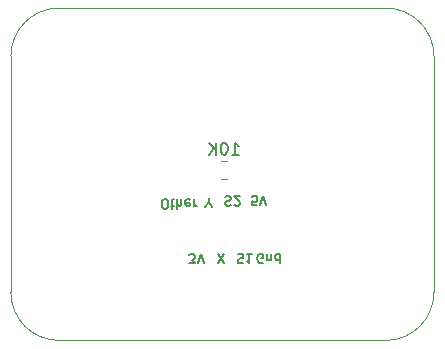
<source format=gbr>
G04 #@! TF.GenerationSoftware,KiCad,Pcbnew,7.0.2*
G04 #@! TF.CreationDate,2023-08-07T19:28:33-05:00*
G04 #@! TF.ProjectId,JoystickBoard,4a6f7973-7469-4636-9b42-6f6172642e6b,rev?*
G04 #@! TF.SameCoordinates,Original*
G04 #@! TF.FileFunction,Legend,Bot*
G04 #@! TF.FilePolarity,Positive*
%FSLAX46Y46*%
G04 Gerber Fmt 4.6, Leading zero omitted, Abs format (unit mm)*
G04 Created by KiCad (PCBNEW 7.0.2) date 2023-08-07 19:28:33*
%MOMM*%
%LPD*%
G01*
G04 APERTURE LIST*
%ADD10C,0.139700*%
%ADD11C,0.127000*%
%ADD12C,0.150000*%
%ADD13C,0.120000*%
G04 #@! TA.AperFunction,Profile*
%ADD14C,0.050000*%
G04 #@! TD*
G04 APERTURE END LIST*
D10*
X150101333Y-108227504D02*
X150634667Y-107427504D01*
X150634667Y-108227504D02*
X150101333Y-107427504D01*
D11*
X145542857Y-103604704D02*
X145695238Y-103604704D01*
X145695238Y-103604704D02*
X145771428Y-103566609D01*
X145771428Y-103566609D02*
X145847619Y-103490419D01*
X145847619Y-103490419D02*
X145885714Y-103338038D01*
X145885714Y-103338038D02*
X145885714Y-103071371D01*
X145885714Y-103071371D02*
X145847619Y-102918990D01*
X145847619Y-102918990D02*
X145771428Y-102842800D01*
X145771428Y-102842800D02*
X145695238Y-102804704D01*
X145695238Y-102804704D02*
X145542857Y-102804704D01*
X145542857Y-102804704D02*
X145466666Y-102842800D01*
X145466666Y-102842800D02*
X145390476Y-102918990D01*
X145390476Y-102918990D02*
X145352380Y-103071371D01*
X145352380Y-103071371D02*
X145352380Y-103338038D01*
X145352380Y-103338038D02*
X145390476Y-103490419D01*
X145390476Y-103490419D02*
X145466666Y-103566609D01*
X145466666Y-103566609D02*
X145542857Y-103604704D01*
X146114285Y-103338038D02*
X146419047Y-103338038D01*
X146228571Y-103604704D02*
X146228571Y-102918990D01*
X146228571Y-102918990D02*
X146266666Y-102842800D01*
X146266666Y-102842800D02*
X146342856Y-102804704D01*
X146342856Y-102804704D02*
X146419047Y-102804704D01*
X146685714Y-102804704D02*
X146685714Y-103604704D01*
X147028571Y-102804704D02*
X147028571Y-103223752D01*
X147028571Y-103223752D02*
X146990476Y-103299942D01*
X146990476Y-103299942D02*
X146914285Y-103338038D01*
X146914285Y-103338038D02*
X146799999Y-103338038D01*
X146799999Y-103338038D02*
X146723809Y-103299942D01*
X146723809Y-103299942D02*
X146685714Y-103261847D01*
X147714286Y-102842800D02*
X147638095Y-102804704D01*
X147638095Y-102804704D02*
X147485714Y-102804704D01*
X147485714Y-102804704D02*
X147409524Y-102842800D01*
X147409524Y-102842800D02*
X147371428Y-102918990D01*
X147371428Y-102918990D02*
X147371428Y-103223752D01*
X147371428Y-103223752D02*
X147409524Y-103299942D01*
X147409524Y-103299942D02*
X147485714Y-103338038D01*
X147485714Y-103338038D02*
X147638095Y-103338038D01*
X147638095Y-103338038D02*
X147714286Y-103299942D01*
X147714286Y-103299942D02*
X147752381Y-103223752D01*
X147752381Y-103223752D02*
X147752381Y-103147561D01*
X147752381Y-103147561D02*
X147371428Y-103071371D01*
X148095238Y-102804704D02*
X148095238Y-103338038D01*
X148095238Y-103185657D02*
X148133333Y-103261847D01*
X148133333Y-103261847D02*
X148171428Y-103299942D01*
X148171428Y-103299942D02*
X148247619Y-103338038D01*
X148247619Y-103338038D02*
X148323809Y-103338038D01*
D10*
X147675676Y-108227504D02*
X148170914Y-108227504D01*
X148170914Y-108227504D02*
X147904248Y-107922742D01*
X147904248Y-107922742D02*
X148018533Y-107922742D01*
X148018533Y-107922742D02*
X148094724Y-107884647D01*
X148094724Y-107884647D02*
X148132819Y-107846552D01*
X148132819Y-107846552D02*
X148170914Y-107770361D01*
X148170914Y-107770361D02*
X148170914Y-107579885D01*
X148170914Y-107579885D02*
X148132819Y-107503695D01*
X148132819Y-107503695D02*
X148094724Y-107465600D01*
X148094724Y-107465600D02*
X148018533Y-107427504D01*
X148018533Y-107427504D02*
X147789962Y-107427504D01*
X147789962Y-107427504D02*
X147713771Y-107465600D01*
X147713771Y-107465600D02*
X147675676Y-107503695D01*
X148399486Y-108227504D02*
X148666153Y-107427504D01*
X148666153Y-107427504D02*
X148932819Y-108227504D01*
X149326600Y-103033257D02*
X149326600Y-102652304D01*
X149059933Y-103452304D02*
X149326600Y-103033257D01*
X149326600Y-103033257D02*
X149593266Y-103452304D01*
X150749075Y-102563400D02*
X150863361Y-102525304D01*
X150863361Y-102525304D02*
X151053837Y-102525304D01*
X151053837Y-102525304D02*
X151130028Y-102563400D01*
X151130028Y-102563400D02*
X151168123Y-102601495D01*
X151168123Y-102601495D02*
X151206218Y-102677685D01*
X151206218Y-102677685D02*
X151206218Y-102753876D01*
X151206218Y-102753876D02*
X151168123Y-102830066D01*
X151168123Y-102830066D02*
X151130028Y-102868161D01*
X151130028Y-102868161D02*
X151053837Y-102906257D01*
X151053837Y-102906257D02*
X150901456Y-102944352D01*
X150901456Y-102944352D02*
X150825266Y-102982447D01*
X150825266Y-102982447D02*
X150787171Y-103020542D01*
X150787171Y-103020542D02*
X150749075Y-103096733D01*
X150749075Y-103096733D02*
X150749075Y-103172923D01*
X150749075Y-103172923D02*
X150787171Y-103249114D01*
X150787171Y-103249114D02*
X150825266Y-103287209D01*
X150825266Y-103287209D02*
X150901456Y-103325304D01*
X150901456Y-103325304D02*
X151091933Y-103325304D01*
X151091933Y-103325304D02*
X151206218Y-103287209D01*
X151510980Y-103249114D02*
X151549076Y-103287209D01*
X151549076Y-103287209D02*
X151625266Y-103325304D01*
X151625266Y-103325304D02*
X151815742Y-103325304D01*
X151815742Y-103325304D02*
X151891933Y-103287209D01*
X151891933Y-103287209D02*
X151930028Y-103249114D01*
X151930028Y-103249114D02*
X151968123Y-103172923D01*
X151968123Y-103172923D02*
X151968123Y-103096733D01*
X151968123Y-103096733D02*
X151930028Y-102982447D01*
X151930028Y-102982447D02*
X151472885Y-102525304D01*
X151472885Y-102525304D02*
X151968123Y-102525304D01*
X151790475Y-107465600D02*
X151904761Y-107427504D01*
X151904761Y-107427504D02*
X152095237Y-107427504D01*
X152095237Y-107427504D02*
X152171428Y-107465600D01*
X152171428Y-107465600D02*
X152209523Y-107503695D01*
X152209523Y-107503695D02*
X152247618Y-107579885D01*
X152247618Y-107579885D02*
X152247618Y-107656076D01*
X152247618Y-107656076D02*
X152209523Y-107732266D01*
X152209523Y-107732266D02*
X152171428Y-107770361D01*
X152171428Y-107770361D02*
X152095237Y-107808457D01*
X152095237Y-107808457D02*
X151942856Y-107846552D01*
X151942856Y-107846552D02*
X151866666Y-107884647D01*
X151866666Y-107884647D02*
X151828571Y-107922742D01*
X151828571Y-107922742D02*
X151790475Y-107998933D01*
X151790475Y-107998933D02*
X151790475Y-108075123D01*
X151790475Y-108075123D02*
X151828571Y-108151314D01*
X151828571Y-108151314D02*
X151866666Y-108189409D01*
X151866666Y-108189409D02*
X151942856Y-108227504D01*
X151942856Y-108227504D02*
X152133333Y-108227504D01*
X152133333Y-108227504D02*
X152247618Y-108189409D01*
X153009523Y-107427504D02*
X152552380Y-107427504D01*
X152780952Y-107427504D02*
X152780952Y-108227504D01*
X152780952Y-108227504D02*
X152704761Y-108113219D01*
X152704761Y-108113219D02*
X152628571Y-108037028D01*
X152628571Y-108037028D02*
X152552380Y-107998933D01*
D11*
X153917713Y-108189409D02*
X153841523Y-108227504D01*
X153841523Y-108227504D02*
X153727237Y-108227504D01*
X153727237Y-108227504D02*
X153612951Y-108189409D01*
X153612951Y-108189409D02*
X153536761Y-108113219D01*
X153536761Y-108113219D02*
X153498666Y-108037028D01*
X153498666Y-108037028D02*
X153460570Y-107884647D01*
X153460570Y-107884647D02*
X153460570Y-107770361D01*
X153460570Y-107770361D02*
X153498666Y-107617980D01*
X153498666Y-107617980D02*
X153536761Y-107541790D01*
X153536761Y-107541790D02*
X153612951Y-107465600D01*
X153612951Y-107465600D02*
X153727237Y-107427504D01*
X153727237Y-107427504D02*
X153803428Y-107427504D01*
X153803428Y-107427504D02*
X153917713Y-107465600D01*
X153917713Y-107465600D02*
X153955809Y-107503695D01*
X153955809Y-107503695D02*
X153955809Y-107770361D01*
X153955809Y-107770361D02*
X153803428Y-107770361D01*
X154298666Y-107960838D02*
X154298666Y-107427504D01*
X154298666Y-107884647D02*
X154336761Y-107922742D01*
X154336761Y-107922742D02*
X154412951Y-107960838D01*
X154412951Y-107960838D02*
X154527237Y-107960838D01*
X154527237Y-107960838D02*
X154603428Y-107922742D01*
X154603428Y-107922742D02*
X154641523Y-107846552D01*
X154641523Y-107846552D02*
X154641523Y-107427504D01*
X155365333Y-107427504D02*
X155365333Y-108227504D01*
X155365333Y-107465600D02*
X155289142Y-107427504D01*
X155289142Y-107427504D02*
X155136761Y-107427504D01*
X155136761Y-107427504D02*
X155060571Y-107465600D01*
X155060571Y-107465600D02*
X155022476Y-107503695D01*
X155022476Y-107503695D02*
X154984380Y-107579885D01*
X154984380Y-107579885D02*
X154984380Y-107808457D01*
X154984380Y-107808457D02*
X155022476Y-107884647D01*
X155022476Y-107884647D02*
X155060571Y-107922742D01*
X155060571Y-107922742D02*
X155136761Y-107960838D01*
X155136761Y-107960838D02*
X155289142Y-107960838D01*
X155289142Y-107960838D02*
X155365333Y-107922742D01*
D10*
X153416019Y-103299904D02*
X153035067Y-103299904D01*
X153035067Y-103299904D02*
X152996971Y-102918952D01*
X152996971Y-102918952D02*
X153035067Y-102957047D01*
X153035067Y-102957047D02*
X153111257Y-102995142D01*
X153111257Y-102995142D02*
X153301733Y-102995142D01*
X153301733Y-102995142D02*
X153377924Y-102957047D01*
X153377924Y-102957047D02*
X153416019Y-102918952D01*
X153416019Y-102918952D02*
X153454114Y-102842761D01*
X153454114Y-102842761D02*
X153454114Y-102652285D01*
X153454114Y-102652285D02*
X153416019Y-102576095D01*
X153416019Y-102576095D02*
X153377924Y-102538000D01*
X153377924Y-102538000D02*
X153301733Y-102499904D01*
X153301733Y-102499904D02*
X153111257Y-102499904D01*
X153111257Y-102499904D02*
X153035067Y-102538000D01*
X153035067Y-102538000D02*
X152996971Y-102576095D01*
X153682686Y-103299904D02*
X153949353Y-102499904D01*
X153949353Y-102499904D02*
X154216019Y-103299904D01*
D12*
X151312476Y-99014619D02*
X151883904Y-99014619D01*
X151598190Y-99014619D02*
X151598190Y-98014619D01*
X151598190Y-98014619D02*
X151693428Y-98157476D01*
X151693428Y-98157476D02*
X151788666Y-98252714D01*
X151788666Y-98252714D02*
X151883904Y-98300333D01*
X150693428Y-98014619D02*
X150598190Y-98014619D01*
X150598190Y-98014619D02*
X150502952Y-98062238D01*
X150502952Y-98062238D02*
X150455333Y-98109857D01*
X150455333Y-98109857D02*
X150407714Y-98205095D01*
X150407714Y-98205095D02*
X150360095Y-98395571D01*
X150360095Y-98395571D02*
X150360095Y-98633666D01*
X150360095Y-98633666D02*
X150407714Y-98824142D01*
X150407714Y-98824142D02*
X150455333Y-98919380D01*
X150455333Y-98919380D02*
X150502952Y-98967000D01*
X150502952Y-98967000D02*
X150598190Y-99014619D01*
X150598190Y-99014619D02*
X150693428Y-99014619D01*
X150693428Y-99014619D02*
X150788666Y-98967000D01*
X150788666Y-98967000D02*
X150836285Y-98919380D01*
X150836285Y-98919380D02*
X150883904Y-98824142D01*
X150883904Y-98824142D02*
X150931523Y-98633666D01*
X150931523Y-98633666D02*
X150931523Y-98395571D01*
X150931523Y-98395571D02*
X150883904Y-98205095D01*
X150883904Y-98205095D02*
X150836285Y-98109857D01*
X150836285Y-98109857D02*
X150788666Y-98062238D01*
X150788666Y-98062238D02*
X150693428Y-98014619D01*
X149931523Y-99014619D02*
X149931523Y-98014619D01*
X149360095Y-99014619D02*
X149788666Y-98443190D01*
X149360095Y-98014619D02*
X149931523Y-98586047D01*
D13*
X150849064Y-101065000D02*
X150394936Y-101065000D01*
X150849064Y-99595000D02*
X150394936Y-99595000D01*
D14*
X132588000Y-110680500D02*
G75*
G03*
X136652000Y-114744500I4064000J0D01*
G01*
X168402000Y-90678000D02*
X168402000Y-110680500D01*
X132588000Y-110680500D02*
X132588000Y-90678000D01*
X164338000Y-114744500D02*
X136652000Y-114744500D01*
X136652000Y-86614000D02*
G75*
G03*
X132588000Y-90678000I0J-4064000D01*
G01*
X164338000Y-86614000D02*
X136652000Y-86614000D01*
X168402000Y-90678000D02*
G75*
G03*
X164338000Y-86614000I-4064000J0D01*
G01*
X164338000Y-114744500D02*
G75*
G03*
X168402000Y-110680500I0J4064000D01*
G01*
M02*

</source>
